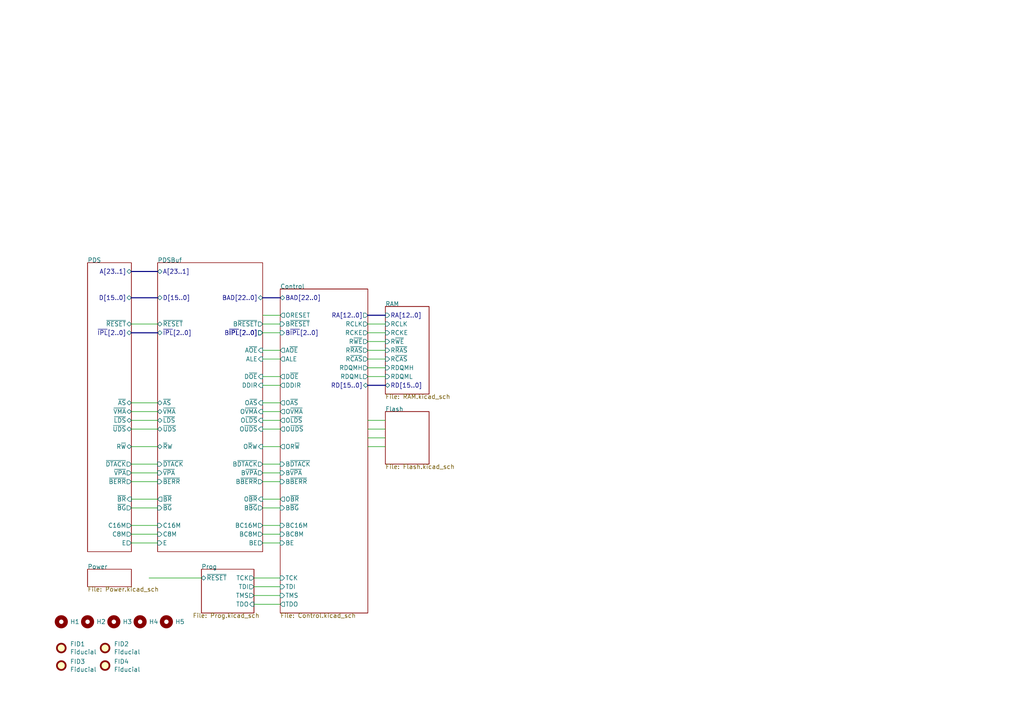
<source format=kicad_sch>
(kicad_sch (version 20230121) (generator eeschema)
  (paper "A4")
  (lib_symbols
    (symbol "Mechanical:Fiducial"
      (property "Reference" "FID" (at 0 5.08 0))
      (property "Value" "Fiducial" (at 0 3.175 0))
      (symbol "Fiducial_0_1"
        (circle (center 0 0) (radius 1.27) (stroke (width 0.508)) (fill (type background)))
      )
    )
    (symbol "Mechanical:MountingHole" (pin_names (offset 1.016))
      (property "Reference" "H" (at 0 5.08 0))
      (property "Value" "MountingHole" (at 0 3.175 0))
      (symbol "MountingHole_0_1"
        (circle (center 0 0) (radius 1.27) (stroke (width 1.27)))
      )
    )
  )
  (wire (pts (xy 76.2 93.98) (xy 81.28 93.98)))
  (wire (pts (xy 76.2 147.32) (xy 81.28 147.32)))
  (wire (pts (xy 76.2 111.76) (xy 81.28 111.76)))
  (wire (pts (xy 76.2 104.14) (xy 81.28 104.14)))
  (wire (pts (xy 76.2 119.38) (xy 81.28 119.38)))
  (wire (pts (xy 38.1 119.38) (xy 45.72 119.38)))
  (bus (pts (xy 38.1 96.52) (xy 45.72 96.52)))
  (wire (pts (xy 76.2 144.78) (xy 81.28 144.78)))
  (wire (pts (xy 38.1 124.46) (xy 45.72 124.46)))
  (wire (pts (xy 111.76 93.98) (xy 106.68 93.98)))
  (wire (pts (xy 106.68 129.54) (xy 111.76 129.54)))
  (wire (pts (xy 76.2 137.16) (xy 81.28 137.16)))
  (wire (pts (xy 76.2 157.48) (xy 81.28 157.48)))
  (wire (pts (xy 76.2 91.44) (xy 81.28 91.44)))
  (wire (pts (xy 76.2 96.52) (xy 81.28 96.52)))
  (wire (pts (xy 73.66 172.72) (xy 81.28 172.72)))
  (wire (pts (xy 73.66 167.64) (xy 81.28 167.64)))
  (wire (pts (xy 38.1 134.62) (xy 45.72 134.62)))
  (bus (pts (xy 106.68 111.76) (xy 111.76 111.76)))
  (wire (pts (xy 38.1 137.16) (xy 45.72 137.16)))
  (bus (pts (xy 76.2 86.36) (xy 81.28 86.36)))
  (wire (pts (xy 38.1 147.32) (xy 45.72 147.32)))
  (wire (pts (xy 111.76 96.52) (xy 106.68 96.52)))
  (wire (pts (xy 43.2296 167.64) (xy 58.42 167.64)))
  (wire (pts (xy 76.2 109.22) (xy 81.28 109.22)))
  (wire (pts (xy 38.1 121.92) (xy 45.72 121.92)))
  (wire (pts (xy 38.1 116.84) (xy 45.72 116.84)))
  (wire (pts (xy 76.2 134.62) (xy 81.28 134.62)))
  (wire (pts (xy 38.1 144.78) (xy 45.72 144.78)))
  (wire (pts (xy 38.1 157.48) (xy 45.72 157.48)))
  (wire (pts (xy 106.68 101.6) (xy 111.76 101.6)))
  (bus (pts (xy 38.1 86.36) (xy 45.72 86.36)))
  (wire (pts (xy 76.2 124.46) (xy 81.28 124.46)))
  (wire (pts (xy 76.2 129.54) (xy 81.28 129.54)))
  (wire (pts (xy 76.2 154.94) (xy 81.28 154.94)))
  (wire (pts (xy 106.68 121.92) (xy 111.76 121.92)))
  (wire (pts (xy 38.1 152.4) (xy 45.72 152.4)))
  (wire (pts (xy 76.2 139.7) (xy 81.28 139.7)))
  (wire (pts (xy 38.1 154.94) (xy 45.72 154.94)))
  (wire (pts (xy 76.2 152.4) (xy 81.28 152.4)))
  (wire (pts (xy 106.68 127) (xy 111.76 127)))
  (bus (pts (xy 38.1 78.74) (xy 45.72 78.74)))
  (wire (pts (xy 76.2 121.92) (xy 81.28 121.92)))
  (wire (pts (xy 38.1 129.54) (xy 45.72 129.54)))
  (wire (pts (xy 106.68 99.06) (xy 111.76 99.06)))
  (wire (pts (xy 106.68 124.46) (xy 111.76 124.46)))
  (wire (pts (xy 111.76 104.14) (xy 106.68 104.14)))
  (bus (pts (xy 106.68 91.44) (xy 111.76 91.44)))
  (wire (pts (xy 73.66 175.26) (xy 81.28 175.26)))
  (wire (pts (xy 76.2 101.6) (xy 81.28 101.6)))
  (wire (pts (xy 76.2 116.84) (xy 81.28 116.84)))
  (wire (pts (xy 73.66 170.18) (xy 81.28 170.18)))
  (wire (pts (xy 38.1 93.98) (xy 45.72 93.98)))
  (wire (pts (xy 106.68 106.68) (xy 111.76 106.68)))
  (wire (pts (xy 38.1 139.7) (xy 45.72 139.7)))
  (wire (pts (xy 106.68 109.22) (xy 111.76 109.22)))
  (symbol (lib_id "Mechanical:MountingHole") (at 48.26 180.34 0) (unit 1)
    (property "Reference" "H5" (at 50.8 180.34 0) (effects (justify left)))
    (property "Value" " " (at 50.8 181.356 0) (effects (justify left)))
    (property "Footprint" "stdpads:PasteHole_1.152mm_NPTH" (effects hide))
  )
  (symbol (lib_id "Mechanical:Fiducial") (at 17.78 187.96 0) (unit 1)
    (property "Reference" "FID1" (at 20.32 186.7916 0) (effects (justify left)))
    (property "Value" "Fiducial" (at 20.32 189.103 0) (effects (justify left)))
    (property "Footprint" "stdpads:Fiducial" (effects hide))
  )
  (symbol (lib_id "Mechanical:Fiducial") (at 30.48 187.96 0) (unit 1)
    (property "Reference" "FID2" (at 33.02 186.7916 0) (effects (justify left)))
    (property "Value" "Fiducial" (at 33.02 189.103 0) (effects (justify left)))
    (property "Footprint" "stdpads:Fiducial" (effects hide))
  )
  (symbol (lib_id "Mechanical:Fiducial") (at 17.78 193.04 0) (unit 1)
    (property "Reference" "FID3" (at 20.32 191.8716 0) (effects (justify left)))
    (property "Value" "Fiducial" (at 20.32 194.183 0) (effects (justify left)))
    (property "Footprint" "stdpads:Fiducial" (effects hide))
  )
  (symbol (lib_id "Mechanical:Fiducial") (at 30.48 193.04 0) (unit 1)
    (property "Reference" "FID4" (at 33.02 191.8716 0) (effects (justify left)))
    (property "Value" "Fiducial" (at 33.02 194.183 0) (effects (justify left)))
    (property "Footprint" "stdpads:Fiducial" (effects hide))
  )
  (symbol (lib_id "Mechanical:MountingHole") (at 17.78 180.34 0) (unit 1)
    (property "Reference" "H1" (at 20.32 180.34 0) (effects (justify left)))
    (property "Value" " " (at 20.32 181.356 0) (effects (justify left)))
    (property "Footprint" "stdpads:PasteHole_1.152mm_NPTH" (effects hide))
  )
  (symbol (lib_id "Mechanical:MountingHole") (at 25.4 180.34 0) (unit 1)
    (property "Reference" "H2" (at 27.94 180.34 0) (effects (justify left)))
    (property "Value" " " (at 27.94 181.356 0) (effects (justify left)))
    (property "Footprint" "stdpads:PasteHole_1.152mm_NPTH" (effects hide))
  )
  (symbol (lib_id "Mechanical:MountingHole") (at 33.02 180.34 0) (unit 1)
    (property "Reference" "H3" (at 35.56 180.34 0) (effects (justify left)))
    (property "Value" " " (at 35.56 181.356 0) (effects (justify left)))
    (property "Footprint" "stdpads:PasteHole_1.152mm_NPTH" (effects hide))
  )
  (symbol (lib_id "Mechanical:MountingHole") (at 40.64 180.34 0) (unit 1)
    (property "Reference" "H4" (at 43.18 180.34 0) (effects (justify left)))
    (property "Value" " " (at 43.18 181.356 0) (effects (justify left)))
    (property "Footprint" "stdpads:PasteHole_1.152mm_NPTH" (effects hide))
  )
  (sheet (at 25.4 76.2) (size 12.7 83.82)
    (property "Sheetname" "PDS" (at 25.4 76.2 0) (effects (justify left bottom)))
    (property "Sheetfile" "PDS.kicad_sch" (at 22.86 220.98 0) (effects (justify left top)))
    (pin "A[23..1]" bidirectional (at 38.1 78.74 0))
    (pin "D[15..0]" bidirectional (at 38.1 86.36 0))
    (pin "~{AS}" bidirectional (at 38.1 116.84 0))
    (pin "~{LDS}" bidirectional (at 38.1 121.92 0))
    (pin "~{UDS}" bidirectional (at 38.1 124.46 0))
    (pin "R~{W}" bidirectional (at 38.1 129.54 0))
    (pin "~{VMA}" bidirectional (at 38.1 119.38 0))
    (pin "~{VPA}" output (at 38.1 137.16 0))
    (pin "~{DTACK}" output (at 38.1 134.62 0))
    (pin "~{RESET}" bidirectional (at 38.1 93.98 0))
    (pin "~{BERR}" output (at 38.1 139.7 0))
    (pin "E" output (at 38.1 157.48 0))
    (pin "C8M" output (at 38.1 154.94 0))
    (pin "C16M" output (at 38.1 152.4 0))
    (pin "~{BR}" input (at 38.1 144.78 0))
    (pin "~{BG}" output (at 38.1 147.32 0))
    (pin "~{IPL}[2..0]" bidirectional (at 38.1 96.52 0))
  )
  (sheet (at 81.28 83.82) (size 25.4 93.98)
    (property "Sheetname" "Control" (at 81.28 83.82 0) (effects (justify left bottom)))
    (property "Sheetfile" "Control.kicad_sch" (at 81.28 177.8 0) (effects (justify left top)))
    (pin "RA[12..0]" output (at 106.68 91.44 0))
    (pin "B~{IPL}[2..0]" input (at 81.28 96.52 180))
    (pin "A~{OE}" output (at 81.28 101.6 180))
    (pin "ALE" output (at 81.28 104.14 180))
    (pin "DDIR" output (at 81.28 111.76 180))
    (pin "D~{OE}" output (at 81.28 109.22 180))
    (pin "TCK" input (at 81.28 167.64 180))
    (pin "TMS" input (at 81.28 172.72 180))
    (pin "TDO" output (at 81.28 175.26 180))
    (pin "TDI" input (at 81.28 170.18 180))
    (pin "B~{BG}" input (at 81.28 147.32 180))
    (pin "O~{BR}" output (at 81.28 144.78 180))
    (pin "B~{BERR}" input (at 81.28 139.7 180))
    (pin "B~{DTACK}" input (at 81.28 134.62 180))
    (pin "O~{LDS}" output (at 81.28 121.92 180))
    (pin "BC8M" input (at 81.28 154.94 180))
    (pin "BE" input (at 81.28 157.48 180))
    (pin "O~{AS}" output (at 81.28 116.84 180))
    (pin "O~{UDS}" output (at 81.28 124.46 180))
    (pin "B~{VPA}" input (at 81.28 137.16 180))
    (pin "O~{VMA}" output (at 81.28 119.38 180))
    (pin "BC16M" input (at 81.28 152.4 180))
    (pin "OR~{W}" output (at 81.28 129.54 180))
    (pin "RCKE" output (at 106.68 96.52 0))
    (pin "RCLK" output (at 106.68 93.98 0))
    (pin "RDQML" output (at 106.68 109.22 0))
    (pin "R~{CAS}" output (at 106.68 104.14 0))
    (pin "R~{WE}" output (at 106.68 99.06 0))
    (pin "RDQMH" output (at 106.68 106.68 0))
    (pin "R~{RAS}" output (at 106.68 101.6 0))
    (pin "B~{RESET}" input (at 81.28 93.98 180))
    (pin "ORESET" output (at 81.28 91.44 180))
    (pin "RD[15..0]" bidirectional (at 106.68 111.76 0))
    (pin "BAD[22..0]" bidirectional (at 81.28 86.36 180))
  )
  (sheet (at 111.76 88.9) (size 12.7 25.4)
    (property "Sheetname" "RAM" (at 111.76 88.9 0) (effects (justify left bottom)))
    (property "Sheetfile" "RAM.kicad_sch" (at 111.76 114.3 0) (effects (justify left top)))
    (pin "R~{RAS}" input (at 111.76 101.6 180))
    (pin "RD[15..0]" bidirectional (at 111.76 111.76 180))
    (pin "R~{CAS}" input (at 111.76 104.14 180))
    (pin "R~{WE}" input (at 111.76 99.06 180))
    (pin "RCKE" input (at 111.76 96.52 180))
    (pin "RCLK" input (at 111.76 93.98 180))
    (pin "RA[12..0]" input (at 111.76 91.44 180))
    (pin "RDQMH" input (at 111.76 106.68 180))
    (pin "RDQML" input (at 111.76 109.22 180))
  )
  (sheet (at 45.72 76.2) (size 30.48 83.82)
    (property "Sheetname" "PDSBuf" (at 45.72 76.2 0) (effects (justify left bottom)))
    (property "Sheetfile" "PDSBuf.kicad_sch" (at 48.26 220.98 0) (effects (justify left top)))
    (pin "A[23..1]" bidirectional (at 45.72 78.74 180))
    (pin "D[15..0]" bidirectional (at 45.72 86.36 180))
    (pin "A~{OE}" input (at 76.2 101.6 0))
    (pin "~{R}W" tri_state (at 45.72 129.54 180))
    (pin "~{BR}" output (at 45.72 144.78 180))
    (pin "~{VMA}" tri_state (at 45.72 119.38 180))
    (pin "~{DTACK}" input (at 45.72 134.62 180))
    (pin "~{BERR}" input (at 45.72 139.7 180))
    (pin "~{VPA}" input (at 45.72 137.16 180))
    (pin "~{AS}" tri_state (at 45.72 116.84 180))
    (pin "~{LDS}" tri_state (at 45.72 121.92 180))
    (pin "~{UDS}" tri_state (at 45.72 124.46 180))
    (pin "C8M" input (at 45.72 154.94 180))
    (pin "E" input (at 45.72 157.48 180))
    (pin "C16M" input (at 45.72 152.4 180))
    (pin "~{IPL}[2..0]" bidirectional (at 45.72 96.52 180))
    (pin "DDIR" input (at 76.2 111.76 0))
    (pin "D~{OE}" input (at 76.2 109.22 0))
    (pin "~{BG}" input (at 45.72 147.32 180))
    (pin "~{IPL}[2..0]" output (at 76.2 96.52 0))
    (pin "O~{UDS}" input (at 76.2 124.46 0))
    (pin "O~{LDS}" input (at 76.2 121.92 0))
    (pin "O~{AS}" input (at 76.2 116.84 0))
    (pin "O~{VMA}" input (at 76.2 119.38 0))
    (pin "B~{BG}" output (at 76.2 147.32 0))
    (pin "B~{RESET}" output (at 76.2 93.98 0))
    (pin "B~{DTACK}" output (at 76.2 134.62 0))
    (pin "B~{VPA}" output (at 76.2 137.16 0))
    (pin "O~{BR}" input (at 76.2 144.78 0))
    (pin "B~{BERR}" output (at 76.2 139.7 0))
    (pin "ALE" input (at 76.2 104.14 0))
    (pin "O~{R}W" input (at 76.2 129.54 0))
    (pin "B~{IPL}[2..0]" output (at 76.2 96.52 0))
    (pin "BC8M" output (at 76.2 154.94 0))
    (pin "BC16M" output (at 76.2 152.4 0))
    (pin "BE" output (at 76.2 157.48 0))
    (pin "BAD[22..0]" bidirectional (at 76.2 86.36 0))
    (pin "~{RESET}" bidirectional (at 45.72 93.98 180))
  )
  (sheet (at 58.42 165.1) (size 15.24 12.7)
    (property "Sheetname" "Prog" (at 58.42 165.1 0) (effects (justify left bottom)))
    (property "Sheetfile" "Prog.kicad_sch" (at 55.88 177.8 0) (effects (justify left top)))
    (pin "TCK" output (at 73.66 167.64 0))
    (pin "TDI" output (at 73.66 170.18 0))
    (pin "TMS" output (at 73.66 172.72 0))
    (pin "TDO" input (at 73.66 175.26 0))
    (pin "~{RESET}" tri_state (at 58.42 167.64 180))
  )
  (sheet (at 25.4 165.1) (size 12.7 5.08)
    (property "Sheetname" "Power" (at 25.4 165.1 0) (effects (justify left bottom)))
    (property "Sheetfile" "Power.kicad_sch" (at 25.4 170.18 0) (effects (justify left top)))
  )
  (sheet (at 111.76 119.38) (size 12.7 15.24) (stroke (width 0.1524))
    (property "Sheetname" "Flash" (at 111.76 119.38 0) (effects (justify left bottom)))
    (property "Sheetfile" "Flash.kicad_sch" (at 111.76 134.62 0) (effects (justify left top)))
  )
)
</source>
